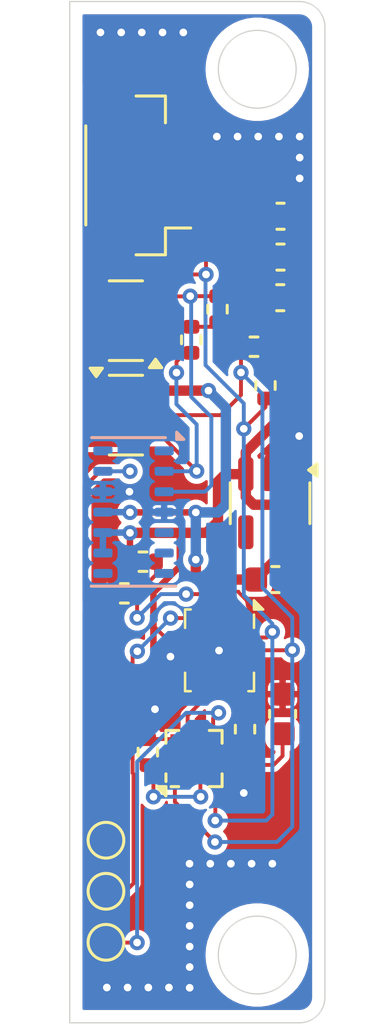
<source format=kicad_pcb>
(kicad_pcb (version 20240108) (generator "pcbnew") (generator_version "8.0")
  (title_block (title "sensor-bmi-v2") (date "2025-05-04") (rev "2.0"))
  (layers (0 "F.Cu" signal) (31 "B.Cu" signal) (34 "B.Paste" user) (35 "F.Paste" user) (36 "B.SilkS" user "B.Silkscreen") (37 "F.SilkS" user "F.Silkscreen") (38 "B.Mask" user) (39 "F.Mask" user) (44 "Edge.Cuts" user))
  (net 0 "")
  (net 1 "GND")
  (net 2 "+3V3")
  (net 3 "Net-(U3-C1)")
  (net 4 "SCL")
  (net 7 "SDA")
  (net 8 "+1V8")
  (net 9 "SCL_1V8")
  (net 10 "SDA_1V8")
  (net 11 "Net-(U3-~{CS})")
  (net 12 "Net-(U3-DRDY)")
  (net 13 "Net-(U4-SDO)")
  (net 14 "Net-(U4-CSB)")
  (net 15 "Net-(U2-~{INT})")
  (net 16 "Net-(U4-INT1)")
  (footprint "TestPoint:TestPoint_Pad_D1.0mm" (layer "F.Cu") (at 134 135)
    (property "Reference" "TP1" (hide yes))
    (property "Value" "MAX_INT")
    (fp_circle (center 0 0) (end 0 0.7) (stroke (width 0.12)) (fill none) (layer "F.SilkS"))
    (pad "1" smd circle (at 0 0) (size 1 1) (layers "F.Cu" "F.Mask") (net 15 "Net-(U2-~{INT})"))
  )
  (footprint "TestPoint:TestPoint_Pad_D1.0mm" (layer "F.Cu") (at 134 139 180)
    (property "Reference" "TP2" (hide yes))
    (property "Value" "LIS_INT")
    (fp_circle (center 0 0) (end 0 0.7) (stroke (width 0.12)) (fill none) (layer "F.SilkS"))
    (pad "1" smd circle (at 0 0 180) (size 1 1) (layers "F.Cu" "F.Mask") (net 12 "Net-(U3-DRDY)"))
  )
  (footprint "Resistor_SMD:R_0402_1005Metric" (layer "F.Cu") (at 138.37 114.2 90)
    (property "Reference" "R1" (hide yes))
    (property "Value" "10K")
    (fp_line (start -0.153641 -0.38) (end 0.153641 -0.38) (stroke (width 0.12)) (layer "F.SilkS"))
    (fp_line (start -0.153641 0.38) (end 0.153641 0.38) (stroke (width 0.12)) (layer "F.SilkS"))
    (pad "1" smd roundrect (at -0.51 0 90) (size 0.54 0.64) (layers "F.Cu" "F.Paste" "F.Mask") (net 8 "+1V8"))
    (pad "2" smd roundrect (at 0.51 0 90) (size 0.54 0.64) (layers "F.Cu" "F.Paste" "F.Mask") (net 10 "SDA_1V8"))
  )
  (footprint "Resistor_SMD:R_0402_1005Metric" (layer "F.Cu") (at 139.8 115.67)
    (property "Reference" "R5" (hide yes))
    (property "Value" "10K")
    (fp_line (start -0.153641 -0.38) (end 0.153641 -0.38) (stroke (width 0.12)) (layer "F.SilkS"))
    (fp_line (start -0.153641 0.38) (end 0.153641 0.38) (stroke (width 0.12)) (layer "F.SilkS"))
    (pad "1" smd roundrect (at -0.51 0) (size 0.54 0.64) (layers "F.Cu" "F.Paste" "F.Mask") (net 4 "SCL"))
    (pad "2" smd roundrect (at 0.51 0) (size 0.54 0.64) (layers "F.Cu" "F.Paste" "F.Mask") (net 2 "+3V3"))
  )
  (footprint "Resistor_SMD:R_0402_1005Metric" (layer "F.Cu") (at 134.72 125.33 180)
    (property "Reference" "R8" (hide yes))
    (property "Value" "10K")
    (fp_line (start -0.153641 0.38) (end 0.153641 0.38) (stroke (width 0.12)) (layer "F.SilkS"))
    (fp_line (start -0.153641 -0.38) (end 0.153641 -0.38) (stroke (width 0.12)) (layer "F.SilkS"))
    (pad "1" smd roundrect (at -0.51 0 180) (size 0.54 0.64) (layers "F.Cu" "F.Paste" "F.Mask") (net 13 "Net-(U4-SDO)"))
    (pad "2" smd roundrect (at 0.51 0 180) (size 0.54 0.64) (layers "F.Cu" "F.Paste" "F.Mask") (net 1 "GND"))
  )
  (footprint "Capacitor_SMD:C_0603_1608Metric" (layer "F.Cu") (at 140.84 112.16)
    (property "Reference" "C5" (hide yes))
    (property "Value" "100nF 16V")
    (fp_line (start -0.14058 -0.51) (end 0.14058 -0.51) (stroke (width 0.12)) (layer "F.SilkS"))
    (fp_line (start -0.14058 0.51) (end 0.14058 0.51) (stroke (width 0.12)) (layer "F.SilkS"))
    (pad "1" smd roundrect (at -0.775 0) (size 0.9 0.95) (layers "F.Cu" "F.Paste" "F.Mask") (net 2 "+3V3"))
    (pad "2" smd roundrect (at 0.775 0) (size 0.9 0.95) (layers "F.Cu" "F.Paste" "F.Mask") (net 1 "GND"))
  )
  (footprint "Resistor_SMD:R_0402_1005Metric" (layer "F.Cu") (at 139.45 130.65 90)
    (property "Reference" "R6" (hide yes))
    (property "Value" "10K")
    (fp_line (start -0.153641 -0.38) (end 0.153641 -0.38) (stroke (width 0.12)) (layer "F.SilkS"))
    (fp_line (start -0.153641 0.38) (end 0.153641 0.38) (stroke (width 0.12)) (layer "F.SilkS"))
    (pad "1" smd roundrect (at -0.51 0 90) (size 0.54 0.64) (layers "F.Cu" "F.Paste" "F.Mask") (net 12 "Net-(U3-DRDY)"))
    (pad "2" smd roundrect (at 0.51 0 90) (size 0.54 0.64) (layers "F.Cu" "F.Paste" "F.Mask") (net 1 "GND"))
  )
  (footprint "Package_TO_SOT_SMD:SOT-23" (layer "F.Cu") (at 134.78 114.65 180)
    (property "Reference" "Q2" (hide yes))
    (property "Value" "BSS138")
    (fp_line (start 0 1.56) (end 0.65 1.56) (stroke (width 0.12)) (layer "F.SilkS"))
    (fp_line (start 0 1.56) (end -0.65 1.56) (stroke (width 0.12)) (layer "F.SilkS"))
    (fp_line (start 0 -1.56) (end 0.65 -1.56) (stroke (width 0.12)) (layer "F.SilkS"))
    (fp_line (start 0 -1.56) (end -0.65 -1.56) (stroke (width 0.12)) (layer "F.SilkS"))
    (fp_poly (pts (xy -1.1625 -1.51) (xy -1.4025 -1.84) (xy -0.9225 -1.84) (xy -1.1625 -1.51)) (stroke (width 0.12)) (fill solid) (layer "F.SilkS"))
    (pad "1" smd roundrect (at -0.9375 -0.95 180) (size 1.475 0.6) (layers "F.Cu" "F.Paste" "F.Mask") (net 8 "+1V8"))
    (pad "2" smd roundrect (at -0.9375 0.95 180) (size 1.475 0.6) (layers "F.Cu" "F.Paste" "F.Mask") (net 10 "SDA_1V8"))
    (pad "3" smd roundrect (at 0.9375 0 180) (size 1.475 0.6) (layers "F.Cu" "F.Paste" "F.Mask") (net 7 "SDA"))
  )
  (footprint "Package_TO_SOT_SMD:SOT-23" (layer "F.Cu") (at 134.7825 118.35)
    (property "Reference" "Q1" (hide yes))
    (property "Value" "BSS138")
    (fp_line (start 0 -1.56) (end -0.65 -1.56) (stroke (width 0.12)) (layer "F.SilkS"))
    (fp_line (start 0 -1.56) (end 0.65 -1.56) (stroke (width 0.12)) (layer "F.SilkS"))
    (fp_line (start 0 1.56) (end -0.65 1.56) (stroke (width 0.12)) (layer "F.SilkS"))
    (fp_line (start 0 1.56) (end 0.65 1.56) (stroke (width 0.12)) (layer "F.SilkS"))
    (fp_poly (pts (xy -1.1625 -1.51) (xy -1.4025 -1.84) (xy -0.9225 -1.84) (xy -1.1625 -1.51)) (stroke (width 0.12)) (fill solid) (layer "F.SilkS"))
    (pad "1" smd roundrect (at -0.9375 -0.95) (size 1.475 0.6) (layers "F.Cu" "F.Paste" "F.Mask") (net 8 "+1V8"))
    (pad "2" smd roundrect (at -0.9375 0.95) (size 1.475 0.6) (layers "F.Cu" "F.Paste" "F.Mask") (net 9 "SCL_1V8"))
    (pad "3" smd roundrect (at 0.9375 0) (size 1.475 0.6) (layers "F.Cu" "F.Paste" "F.Mask") (net 4 "SCL"))
  )
  (footprint "Capacitor_SMD:C_0603_1608Metric" (layer "F.Cu") (at 140.83 113.75)
    (property "Reference" "C1" (hide yes))
    (property "Value" "1uF 16V")
    (fp_line (start -0.14058 -0.51) (end 0.14058 -0.51) (stroke (width 0.12)) (layer "F.SilkS"))
    (fp_line (start -0.14058 0.51) (end 0.14058 0.51) (stroke (width 0.12)) (layer "F.SilkS"))
    (pad "1" smd roundrect (at -0.775 0) (size 0.9 0.95) (layers "F.Cu" "F.Paste" "F.Mask") (net 2 "+3V3"))
    (pad "2" smd roundrect (at 0.775 0) (size 0.9 0.95) (layers "F.Cu" "F.Paste" "F.Mask") (net 1 "GND"))
  )
  (footprint "Package_LGA:LGA-12_2x2mm_P0.5mm" (layer "F.Cu") (at 137.45 131.8 90)
    (property "Reference" "U3" (hide yes))
    (property "Value" "LIS2MDL")
    (fp_line (start 1.1 -1.1) (end 1.1 -0.6) (stroke (width 0.12)) (layer "F.SilkS"))
    (fp_line (start 0.6 -1.1) (end 1.1 -1.1) (stroke (width 0.12)) (layer "F.SilkS"))
    (fp_line (start -0.6 -1.1) (end -0.9 -1.1) (stroke (width 0.12)) (layer "F.SilkS"))
    (fp_line (start -1.1 -1.1) (end -1.1 -1.1) (stroke (width 0.12)) (layer "F.SilkS"))
    (fp_line (start 1.1 -0.6) (end 1.1 -0.6) (stroke (width 0.12)) (layer "F.SilkS"))
    (fp_line (start -1.1 -0.6) (end -1.1 -0.9) (stroke (width 0.12)) (layer "F.SilkS"))
    (fp_line (start 1.1 0.6) (end 1.1 1.1) (stroke (width 0.12)) (layer "F.SilkS"))
    (fp_line (start -1.1 0.6) (end -1.1 0.6) (stroke (width 0.12)) (layer "F.SilkS"))
    (fp_line (start 1.1 1.1) (end 0.6 1.1) (stroke (width 0.12)) (layer "F.SilkS"))
    (fp_line (start 0.6 1.1) (end 0.6 1.1) (stroke (width 0.12)) (layer "F.SilkS"))
    (fp_line (start -0.6 1.1) (end -1.1 1.1) (stroke (width 0.12)) (layer "F.SilkS"))
    (fp_line (start -1.1 1.1) (end -1.1 0.6) (stroke (width 0.12)) (layer "F.SilkS"))
    (fp_poly (pts (xy -1.1 -1.1) (xy -1.46 -1.1) (xy -1.1 -1.46) (xy -1.1 -1.1)) (stroke (width 0.12)) (fill solid) (layer "F.SilkS"))
    (pad "1" smd rect (at -0.7625 -0.75 90) (size 0.375 0.35) (layers "F.Cu" "F.Paste" "F.Mask") (net 4 "SCL"))
    (pad "2" smd rect (at -0.7625 -0.25 90) (size 0.375 0.35) (layers "F.Cu" "F.Paste" "F.Mask"))
    (pad "3" smd rect (at -0.7625 0.25 90) (size 0.375 0.35) (layers "F.Cu" "F.Paste" "F.Mask") (net 11 "Net-(U3-~{CS})"))
    (pad "4" smd rect (at -0.7625 0.75 90) (size 0.375 0.35) (layers "F.Cu" "F.Paste" "F.Mask") (net 7 "SDA"))
    (pad "5" smd rect (at -0.25 0.7625 180) (size 0.375 0.35) (layers "F.Cu" "F.Paste" "F.Mask") (net 3 "Net-(U3-C1)"))
    (pad "6" smd rect (at 0.25 0.7625 180) (size 0.375 0.35) (layers "F.Cu" "F.Paste" "F.Mask") (net 1 "GND"))
    (pad "7" smd rect (at 0.7625 0.75 90) (size 0.375 0.35) (layers "F.Cu" "F.Paste" "F.Mask") (net 12 "Net-(U3-DRDY)"))
    (pad "8" smd rect (at 0.7625 0.25 90) (size 0.375 0.35) (layers "F.Cu" "F.Paste" "F.Mask") (net 1 "GND"))
    (pad "9" smd rect (at 0.7625 -0.25 90) (size 0.375 0.35) (layers "F.Cu" "F.Paste" "F.Mask") (net 2 "+3V3"))
    (pad "10" smd rect (at 0.7625 -0.75 90) (size 0.375 0.35) (layers "F.Cu" "F.Paste" "F.Mask") (net 2 "+3V3"))
    (pad "11" smd rect (at 0.25 -0.7625 180) (size 0.375 0.35) (layers "F.Cu" "F.Paste" "F.Mask"))
    (pad "12" smd rect (at -0.25 -0.7625 180) (size 0.375 0.35) (layers "F.Cu" "F.Paste" "F.Mask"))
  )
  (footprint "Resistor_SMD:R_0402_1005Metric" (layer "F.Cu") (at 135.45 124.09)
    (property "Reference" "R7" (hide yes))
    (property "Value" "0R")
    (fp_line (start -0.153641 -0.38) (end 0.153641 -0.38) (stroke (width 0.12)) (layer "F.SilkS"))
    (fp_line (start -0.153641 0.38) (end 0.153641 0.38) (stroke (width 0.12)) (layer "F.SilkS"))
    (pad "1" smd roundrect (at -0.51 0) (size 0.54 0.64) (layers "F.Cu" "F.Paste" "F.Mask") (net 2 "+3V3"))
    (pad "2" smd roundrect (at 0.51 0) (size 0.54 0.64) (layers "F.Cu" "F.Paste" "F.Mask") (net 13 "Net-(U4-SDO)"))
  )
  (footprint "Capacitor_SMD:C_0603_1608Metric" (layer "F.Cu") (at 140.92 130.055 90)
    (property "Reference" "C3" (hide yes))
    (property "Value" "100nF 16V")
    (fp_line (start -0.14058 -0.51) (end 0.14058 -0.51) (stroke (width 0.12)) (layer "F.SilkS"))
    (fp_line (start -0.14058 0.51) (end 0.14058 0.51) (stroke (width 0.12)) (layer "F.SilkS"))
    (pad "1" smd roundrect (at -0.775 0 90) (size 0.9 0.95) (layers "F.Cu" "F.Paste" "F.Mask") (net 3 "Net-(U3-C1)"))
    (pad "2" smd roundrect (at 0.775 0 90) (size 0.9 0.95) (layers "F.Cu" "F.Paste" "F.Mask") (net 1 "GND"))
  )
  (footprint "Package_LGA:Bosch_LGA-14_3x2.5mm_P0.5mm" (layer "F.Cu") (at 138.45 127.5625 -90)
    (property "Reference" "U4" (hide yes))
    (property "Value" "BMI160")
    (fp_line (start -1.6 1.35) (end -0.88 1.35) (stroke (width 0.1)) (layer "F.SilkS"))
    (fp_line (start -1.6 1.35) (end -1.6 1.13) (stroke (width 0.1)) (layer "F.SilkS"))
    (fp_line (start 1.6 1.35) (end 0.88 1.35) (stroke (width 0.1)) (layer "F.SilkS"))
    (fp_line (start 1.6 1.13) (end 1.6 1.35) (stroke (width 0.1)) (layer "F.SilkS"))
    (fp_line (start -1.4 -1.35) (end -0.88 -1.35) (stroke (width 0.1)) (layer "F.SilkS"))
    (fp_line (start 0.88 -1.35) (end 1.6 -1.35) (stroke (width 0.1)) (layer "F.SilkS"))
    (fp_line (start 1.6 -1.35) (end 1.6 -1.13) (stroke (width 0.1)) (layer "F.SilkS"))
    (fp_poly (pts (xy -1.6 -1.35) (xy -1.96 -1.35) (xy -1.6 -1.71) (xy -1.6 -1.35)) (stroke (width 0.1)) (fill solid) (layer "F.SilkS"))
    (pad "1" smd rect (at -1.2625 -0.75 270) (size 0.675 0.25) (layers "F.Cu" "F.Paste" "F.Mask") (net 13 "Net-(U4-SDO)"))
    (pad "2" smd rect (at -1.2625 -0.25 270) (size 0.675 0.25) (layers "F.Cu" "F.Paste" "F.Mask"))
    (pad "3" smd rect (at -1.2625 0.25 270) (size 0.675 0.25) (layers "F.Cu" "F.Paste" "F.Mask"))
    (pad "4" smd rect (at -1.2625 0.75 270) (size 0.675 0.25) (layers "F.Cu" "F.Paste" "F.Mask") (net 16 "Net-(U4-INT1)"))
    (pad "5" smd rect (at -0.5 1.0125 270) (size 0.25 0.675) (layers "F.Cu" "F.Paste" "F.Mask") (net 2 "+3V3"))
    (pad "6" smd rect (at 0 1.0125 270) (size 0.25 0.675) (layers "F.Cu" "F.Paste" "F.Mask") (net 1 "GND"))
    (pad "7" smd rect (at 0.5 1.0125 270) (size 0.25 0.675) (layers "F.Cu" "F.Paste" "F.Mask") (net 1 "GND"))
    (pad "8" smd rect (at 1.2625 0.75 270) (size 0.675 0.25) (layers "F.Cu" "F.Paste" "F.Mask") (net 2 "+3V3"))
    (pad "9" smd rect (at 1.2625 0.25 270) (size 0.675 0.25) (layers "F.Cu" "F.Paste" "F.Mask"))
    (pad "10" smd rect (at 1.2625 -0.25 270) (size 0.675 0.25) (layers "F.Cu" "F.Paste" "F.Mask"))
    (pad "11" smd rect (at 1.2625 -0.75 270) (size 0.675 0.25) (layers "F.Cu" "F.Paste" "F.Mask"))
    (pad "12" smd rect (at 0.5 -1.0125 270) (size 0.25 0.675) (layers "F.Cu" "F.Paste" "F.Mask") (net 14 "Net-(U4-CSB)"))
    (pad "13" smd rect (at 0 -1.0125 270) (size 0.25 0.675) (layers "F.Cu" "F.Paste" "F.Mask") (net 4 "SCL"))
    (pad "14" smd rect (at -0.5 -1.0125 270) (size 0.25 0.675) (layers "F.Cu" "F.Paste" "F.Mask") (net 7 "SDA"))
  )
  (footprint "Resistor_SMD:R_0402_1005Metric" (layer "F.Cu") (at 135.64 131.55 -90)
    (property "Reference" "R3" (hide yes))
    (property "Value" "10K")
    (fp_line (start -0.153641 0.38) (end 0.153641 0.38) (stroke (width 0.12)) (layer "F.SilkS"))
    (fp_line (start -0.153641 -0.38) (end 0.153641 -0.38) (stroke (width 0.12)) (layer "F.SilkS"))
    (pad "1" smd roundrect (at -0.51 0 270) (size 0.54 0.64) (layers "F.Cu" "F.Paste" "F.Mask") (net 2 "+3V3"))
    (pad "2" smd roundrect (at 0.51 0 270) (size 0.54 0.64) (layers "F.Cu" "F.Paste" "F.Mask") (net 11 "Net-(U3-~{CS})"))
  )
  (footprint "Connector_JST:JST_SH_BM04B-SRSS-TB_1x04-1MP_P1.00mm_Vertical" (layer "F.Cu") (at 135.22 108.96 90)
    (property "Reference" "J1" (hide yes))
    (property "Value" "JST SH1.0")
    (fp_line (start -1.94 -2.01) (end 1.94 -2.01) (stroke (width 0.12)) (layer "F.SilkS"))
    (fp_line (start 3.11 -0.04) (end 3.11 1.11) (stroke (width 0.12)) (layer "F.SilkS"))
    (fp_line (start -3.11 -0.04) (end -3.11 1.11) (stroke (width 0.12)) (layer "F.SilkS"))
    (fp_line (start 3.11 1.11) (end 2.06 1.11) (stroke (width 0.12)) (layer "F.SilkS"))
    (fp_line (start -2.06 1.11) (end -2.06 2.1) (stroke (width 0.12)) (layer "F.SilkS"))
    (fp_line (start -3.11 1.11) (end -2.06 1.11) (stroke (width 0.12)) (layer "F.SilkS"))
    (pad "1" smd roundrect (at -1.5 1.325 90) (size 0.6 1.55) (layers "F.Cu" "F.Paste" "F.Mask") (net 7 "SDA"))
    (pad "2" smd roundrect (at -0.5 1.325 90) (size 0.6 1.55) (layers "F.Cu" "F.Paste" "F.Mask") (net 4 "SCL"))
    (pad "3" smd roundrect (at 0.5 1.325 90) (size 0.6 1.55) (layers "F.Cu" "F.Paste" "F.Mask") (net 2 "+3V3"))
    (pad "4" smd roundrect (at 1.5 1.325 90) (size 0.6 1.55) (layers "F.Cu" "F.Paste" "F.Mask") (net 1 "GND"))
    (pad "MP" smd roundrect (at -2.8 -1.2 90) (size 1.2 1.8) (layers "F.Cu" "F.Paste" "F.Mask") (roundrect_rratio 0.208333))
    (pad "MP" smd roundrect (at 2.8 -1.2 90) (size 1.2 1.8) (layers "F.Cu" "F.Paste" "F.Mask") (roundrect_rratio 0.208333))
  )
  (footprint "TestPoint:TestPoint_Pad_D1.0mm" (layer "F.Cu") (at 134 137 180)
    (property "Reference" "TP3" (hide yes))
    (property "Value" "BMI_INT")
    (fp_circle (center 0 0) (end 0 0.7) (stroke (width 0.12)) (fill none) (layer "F.SilkS"))
    (pad "1" smd circle (at 0 0 180) (size 1 1) (layers "F.Cu" "F.Mask") (net 16 "Net-(U4-INT1)"))
  )
  (footprint "Resistor_SMD:R_0402_1005Metric" (layer "F.Cu") (at 137.34 115.4 -90)
    (property "Reference" "R2" (hide yes))
    (property "Value" "10K")
    (fp_line (start -0.153641 0.38) (end 0.153641 0.38) (stroke (width 0.12)) (layer "F.SilkS"))
    (fp_line (start -0.153641 -0.38) (end 0.153641 -0.38) (stroke (width 0.12)) (layer "F.SilkS"))
    (pad "1" smd roundrect (at -0.51 0 270) (size 0.54 0.64) (layers "F.Cu" "F.Paste" "F.Mask") (net 8 "+1V8"))
    (pad "2" smd roundrect (at 0.51 0 270) (size 0.54 0.64) (layers "F.Cu" "F.Paste" "F.Mask") (net 9 "SCL_1V8"))
  )
  (footprint "Capacitor_SMD:C_0603_1608Metric" (layer "F.Cu") (at 140.84 110.56)
    (property "Reference" "C4" (hide yes))
    (property "Value" "100nF 16V")
    (fp_line (start -0.14058 -0.51) (end 0.14058 -0.51) (stroke (width 0.12)) (layer "F.SilkS"))
    (fp_line (start -0.14058 0.51) (end 0.14058 0.51) (stroke (width 0.12)) (layer "F.SilkS"))
    (pad "1" smd roundrect (at -0.775 0) (size 0.9 0.95) (layers "F.Cu" "F.Paste" "F.Mask") (net 2 "+3V3"))
    (pad "2" smd roundrect (at 0.775 0) (size 0.9 0.95) (layers "F.Cu" "F.Paste" "F.Mask") (net 1 "GND"))
  )
  (footprint "Capacitor_SMD:C_0603_1608Metric" (layer "F.Cu") (at 140.64 124.79)
    (property "Reference" "C2" (hide yes))
    (property "Value" "2.2uF 16V")
    (fp_line (start -0.14058 -0.51) (end 0.14058 -0.51) (stroke (width 0.12)) (layer "F.SilkS"))
    (fp_line (start -0.14058 0.51) (end 0.14058 0.51) (stroke (width 0.12)) (layer "F.SilkS"))
    (pad "1" smd roundrect (at -0.775 0) (size 0.9 0.95) (layers "F.Cu" "F.Paste" "F.Mask") (net 8 "+1V8"))
    (pad "2" smd roundrect (at 0.775 0) (size 0.9 0.95) (layers "F.Cu" "F.Paste" "F.Mask") (net 1 "GND"))
  )
  (footprint "Package_TO_SOT_SMD:SOT-23-5" (layer "F.Cu") (at 140.43 121.8 -90)
    (property "Reference" "U1" (hide yes))
    (property "Value" "LN1134A182MR-G")
    (fp_line (start 0 1.56) (end -0.8 1.56) (stroke (width 0.12)) (layer "F.SilkS"))
    (fp_line (start 0 1.56) (end 0.8 1.56) (stroke (width 0.12)) (layer "F.SilkS"))
    (fp_line (start 0 -1.56) (end -0.8 -1.56) (stroke (width 0.12)) (layer "F.SilkS"))
    (fp_line (start 0 -1.56) (end 0.8 -1.56) (stroke (width 0.12)) (layer "F.SilkS"))
    (fp_poly (pts (xy -1.3 -1.51) (xy -1.54 -1.84) (xy -1.06 -1.84) (xy -1.3 -1.51)) (stroke (width 0.12)) (fill solid) (layer "F.SilkS"))
    (pad "1" smd roundrect (at -1.1375 -0.95 270) (size 1.325 0.6) (layers "F.Cu" "F.Paste" "F.Mask") (net 2 "+3V3"))
    (pad "2" smd roundrect (at -1.1375 0 270) (size 1.325 0.6) (layers "F.Cu" "F.Paste" "F.Mask") (net 1 "GND"))
    (pad "3" smd roundrect (at -1.1375 0.95 270) (size 1.325 0.6) (layers "F.Cu" "F.Paste" "F.Mask") (net 2 "+3V3"))
    (pad "4" smd roundrect (at 1.1375 0.95 270) (size 1.325 0.6) (layers "F.Cu" "F.Paste" "F.Mask"))
    (pad "5" smd roundrect (at 1.1375 -0.95 270) (size 1.325 0.6) (layers "F.Cu" "F.Paste" "F.Mask") (net 8 "+1V8"))
  )
  (footprint "Resistor_SMD:R_0402_1005Metric" (layer "F.Cu") (at 140.25 117.19 90)
    (property "Reference" "R4" (hide yes))
    (property "Value" "10K")
    (fp_line (start -0.153641 -0.38) (end 0.153641 -0.38) (stroke (width 0.12)) (layer "F.SilkS"))
    (fp_line (start -0.153641 0.38) (end 0.153641 0.38) (stroke (width 0.12)) (layer "F.SilkS"))
    (pad "1" smd roundrect (at -0.51 0 90) (size 0.54 0.64) (layers "F.Cu" "F.Paste" "F.Mask") (net 7 "SDA"))
    (pad "2" smd roundrect (at 0.51 0 90) (size 0.54 0.64) (layers "F.Cu" "F.Paste" "F.Mask") (net 2 "+3V3"))
  )
  (footprint "OptoDevice:Maxim_OLGA-14_3.3x5.6mm_P0.8mm" (layer "B.Cu") (at 135.08 122.15 180)
    (property "Reference" "U2" (hide yes))
    (property "Value" "MAX30102")
    (fp_line (start 1.64 2.92) (end -1.25 2.92) (stroke (width 0.12)) (layer "B.SilkS"))
    (fp_line (start -1.65 -2.9) (end 1.66 -2.9) (stroke (width 0.12)) (layer "B.SilkS"))
    (fp_poly (pts (xy -1.69 2.85) (xy -1.97 2.85) (xy -1.69 3.13) (xy -1.69 2.85)) (stroke (width 0.12)) (fill solid) (layer "B.SilkS"))
    (pad "1" smd roundrect (at -1.2 2.4 180) (size 0.75 0.35) (layers "B.Cu" "B.Paste" "B.Mask"))
    (pad "2" smd roundrect (at -1.2 1.6 180) (size 0.75 0.35) (layers "B.Cu" "B.Paste" "B.Mask") (net 9 "SCL_1V8"))
    (pad "3" smd roundrect (at -1.2 0.8 180) (size 0.75 0.35) (layers "B.Cu" "B.Paste" "B.Mask") (net 10 "SDA_1V8"))
    (pad "4" smd roundrect (at -1.2 0 180) (size 0.75 0.35) (layers "B.Cu" "B.Paste" "B.Mask") (net 1 "GND"))
    (pad "5" smd roundrect (at -1.2 -0.8 180) (size 0.75 0.35) (layers "B.Cu" "B.Paste" "B.Mask"))
    (pad "6" smd roundrect (at -1.2 -1.6 180) (size 0.75 0.35) (layers "B.Cu" "B.Paste" "B.Mask"))
    (pad "7" smd roundrect (at -1.2 -2.4 180) (size 0.75 0.35) (layers "B.Cu" "B.Paste" "B.Mask"))
    (pad "8" smd roundrect (at 1.2 -2.4 180) (size 0.75 0.35) (layers "B.Cu" "B.Paste" "B.Mask"))
    (pad "9" smd roundrect (at 1.2 -1.6 180) (size 0.75 0.35) (layers "B.Cu" "B.Paste" "B.Mask") (net 2 "+3V3"))
    (pad "10" smd roundrect (at 1.2 -0.8 180) (size 0.75 0.35) (layers "B.Cu" "B.Paste" "B.Mask") (net 2 "+3V3"))
    (pad "11" smd roundrect (at 1.2 0 180) (size 0.75 0.35) (layers "B.Cu" "B.Paste" "B.Mask") (net 8 "+1V8"))
    (pad "12" smd roundrect (at 1.2 0.8 180) (size 0.75 0.35) (layers "B.Cu" "B.Paste" "B.Mask") (net 1 "GND"))
    (pad "13" smd roundrect (at 1.2 1.6 180) (size 0.75 0.35) (layers "B.Cu" "B.Paste" "B.Mask") (net 15 "Net-(U2-~{INT})"))
    (pad "14" smd roundrect (at 1.2 2.4 180) (size 0.75 0.35) (layers "B.Cu" "B.Paste" "B.Mask"))
  )
  (gr_line (start 141.58 142.15) (end 132.58 142.15) (stroke (width 0.05)) (layer "Edge.Cuts"))
  (gr_arc (start 142.58 141.15) (mid 142.287107 141.857107) (end 141.58 142.15) (stroke (width 0.05)) (layer "Edge.Cuts"))
  (gr_line (start 132.58 142.15) (end 132.58 102.15) (stroke (width 0.05)) (layer "Edge.Cuts"))
  (gr_line (start 132.58 102.15) (end 141.58 102.15) (stroke (width 0.05)) (layer "Edge.Cuts"))
  (gr_circle (center 139.926875 104.803125) (end 139.926875 103.279125) (stroke (width 0.05)) (fill none) (layer "Edge.Cuts"))
  (gr_circle (center 139.926875 139.496875) (end 141.450875 139.496875) (stroke (width 0.05)) (fill none) (layer "Edge.Cuts"))
  (gr_line (start 142.58 103.15) (end 142.58 141.15) (stroke (width 0.05)) (layer "Edge.Cuts"))
  (gr_arc (start 141.58 102.15) (mid 142.287107 102.442893) (end 142.58 103.15) (stroke (width 0.05)) (layer "Edge.Cuts"))
  (segment (start 134.21 121.52) (end 134.38 121.35) (width 0.254) (layer "F.Cu") (net 1))
  (segment (start 137.84 131.55) (end 137.7 131.41) (width 0.1524) (layer "F.Cu") (net 1))
  (segment (start 137.4375 127.5625) (end 137.4375 128.0625) (width 0.1524) (layer "F.Cu") (net 1))
  (segment (start 136.7787 128.0625) (end 137.4375 128.0625) (width 0.1524) (layer "F.Cu") (net 1))
  (segment (start 136.5262 127.81) (end 136.7737 127.5625) (width 0.1524) (layer "F.Cu") (net 1))
  (segment (start 141.260001 119.17) (end 141.57 119.17) (width 0.4064) (layer "F.Cu") (net 1))
  (segment (start 136.7737 127.5625) (end 137.4375 127.5625) (width 0.1524) (layer "F.Cu") (net 1))
  (segment (start 136.5262 127.81) (end 136.7787 128.0625) (width 0.1524) (layer "F.Cu") (net 1))
  (segment (start 134.38 121.35) (end 134.92 121.35) (width 0.254) (layer "F.Cu") (net 1))
  (segment (start 134.21 125.33) (end 134.21 121.52) (width 0.254) (layer "F.Cu") (net 1))
  (segment (start 140.43 120.6625) (end 140.43 120.000001) (width 0.4064) (layer "F.Cu") (net 1))
  (segment (start 138.2125 131.55) (end 137.84 131.55) (width 0.1524) (layer "F.Cu") (net 1))
  (segment (start 140.43 120.000001) (end 141.260001 119.17) (width 0.4064) (layer "F.Cu") (net 1))
  (segment (start 137.7 131.41) (end 137.7 131.0375) (width 0.1524) (layer "F.Cu") (net 1))
  (via (at 138.43 127.57) (size 0.6) (drill 0.3) (layers "F.Cu" "B.Cu") (net 1))
  (via (at 139.9644 107.44) (size 0.6) (drill 0.3) (layers "F.Cu" "B.Cu") (net 1))
  (via (at 139.4 133.15) (size 0.6) (drill 0.3) (layers "F.Cu" "B.Cu") (net 1))
  (via (at 134.92 121.35) (size 0.6) (drill 0.3) (layers "F.Cu" "B.Cu") (net 1))
  (via (at 137.28 136.7328) (size 0.6) (drill 0.3) (layers "F.Cu" "B.Cu") (net 1))
  (via (at 135.66 140.77) (size 0.6) (drill 0.3) (layers "F.Cu" "B.Cu") (net 1))
  (via (at 141.59 107.44) (size 0.6) (drill 0.3) (layers "F.Cu" "B.Cu") (net 1))
  (via (at 135.92 129.87) (size 0.6) (drill 0.3) (layers "F.Cu" "B.Cu") (net 1))
  (via (at 135.4044 103.36) (size 0.6) (drill 0.3) (layers "F.Cu" "B.Cu") (net 1))
  (via (at 134.0344 140.77) (size 0.6) (drill 0.3) (layers "F.Cu" "B.Cu") (net 1))
  (via (at 138.0872 135.92) (size 0.6) (drill 0.3) (layers "F.Cu" "B.Cu") (net 1))
  (via (at 141.59 109.0756) (size 0.6) (drill 0.3) (layers "F.Cu" "B.Cu") (net 1))
  (via (at 139.1572 107.44) (size 0.6) (drill 0.3) (layers "F.Cu" "B.Cu") (net 1))
  (via (at 137.03 103.36) (size 0.6) (drill 0.3) (layers "F.Cu" "B.Cu") (net 1))
  (via (at 136.2172 103.36) (size 0.6) (drill 0.3) (layers "F.Cu" "B.Cu") (net 1))
  (via (at 137.2744 135.92) (size 0.6) (drill 0.3) (layers "F.Cu" "B.Cu") (net 1))
  (via (at 137.28 139.1656) (size 0.6) (drill 0.3) (layers "F.Cu" "B.Cu") (net 1))
  (via (at 141.59 108.2628) (size 0.6) (drill 0.3) (layers "F.Cu" "B.Cu") (net 1))
  (via (at 138.8944 135.92) (size 0.6) (drill 0.3) (layers "F.Cu" "B.Cu") (net 1))
  (via (at 133.7844 103.36) (size 0.6) (drill 0.3) (layers "F.Cu" "B.Cu") (net 1))
  (via (at 140.7772 107.44) (size 0.6) (drill 0.3) (layers "F.Cu" "B.Cu") (net 1))
  (via (at 134.8472 140.77) (size 0.6) (drill 0.3) (layers "F.Cu" "B.Cu") (net 1))
  (via (at 136.5262 127.81) (size 0.6) (drill 0.3) (layers "F.Cu" "B.Cu") (net 1))
  (via (at 139.7072 135.92) (size 0.6) (drill 0.3) (layers "F.Cu" "B.Cu") (net 1))
  (via (at 137.28 137.5456) (size 0.6) (drill 0.3) (layers "F.Cu" "B.Cu") (net 1))
  (via (at 136.4672 140.77) (size 0.6) (drill 0.3) (layers "F.Cu" "B.Cu") (net 1))
  (via (at 134.5972 103.36) (size 0.6) (drill 0.3) (layers "F.Cu" "B.Cu") (net 1))
  (via (at 140.52 135.92) (size 0.6) (drill 0.3) (layers "F.Cu" "B.Cu") (net 1))
  (via (at 137.28 138.3528) (size 0.6) (drill 0.3) (layers "F.Cu" "B.Cu") (net 1))
  (via (at 137.28 139.9672) (size 0.6) (drill 0.3) (layers "F.Cu" "B.Cu") (net 1))
  (via (at 141.57 119.17) (size 0.6) (drill 0.3) (layers "F.Cu" "B.Cu") (net 1))
  (via (at 137.28 140.78) (size 0.6) (drill 0.3) (layers "F.Cu" "B.Cu") (net 1))
  (via (at 138.3444 107.44) (size 0.6) (drill 0.3) (layers "F.Cu" "B.Cu") (net 1))
  (segment (start 135.016712 121.35) (end 135.816712 122.15) (width 0.254) (layer "B.Cu") (net 1))
  (segment (start 134.92 121.35) (end 135.016712 121.35) (width 0.254) (layer "B.Cu") (net 1))
  (segment (start 135.816712 122.15) (end 136.28 122.15) (width 0.254) (layer "B.Cu") (net 1))
  (segment (start 133.88 121.35) (end 134.92 121.35) (width 0.254) (layer "B.Cu") (net 1))
  (segment (start 135.6425 131.0375) (end 135.64 131.04) (width 0.1524) (layer "F.Cu") (net 2))
  (segment (start 136.3225 127.0625) (end 137.4375 127.0625) (width 0.1524) (layer "F.Cu") (net 2))
  (segment (start 137.7 129.62) (end 137.7 128.825) (width 0.1524) (layer "F.Cu") (net 2))
  (segment (start 141.05 118.23) (end 139.48 119.8) (width 0.4064) (layer "F.Cu") (net 2))
  (segment (start 139.48 121.55) (end 139.79 121.86) (width 0.4064) (layer "F.Cu") (net 2))
  (segment (start 140.055 114.275) (end 141.05 115.27) (width 0.4064) (layer "F.Cu") (net 2))
  (segment (start 136.893 124.269712) (end 136.893 123.137003) (width 0.254) (layer "F.Cu") (net 2))
  (segment (start 139.79 121.86) (end 141.1 121.86) (width 0.4064) (layer "F.Cu") (net 2))
  (segment (start 141.38 121.58) (end 141.38 120.6625) (width 0.4064) (layer "F.Cu") (net 2))
  (segment (start 137.939997 122.960003) (end 134.94 122.960003) (width 0.4064) (layer "F.Cu") (net 2))
  (segment (start 141.05 116.68) (end 141.05 118.23) (width 0.4064) (layer "F.Cu") (net 2))
  (segment (start 135.86 126.6) (end 135.86 128.47) (width 0.254) (layer "F.Cu") (net 2))
  (segment (start 136.893 123.137003) (end 137.07 122.960003) (width 0.254) (layer "F.Cu") (net 2))
  (segment (start 140.25 115.73) (end 140.31 115.67) (width 0.1524) (layer "F.Cu") (net 2))
  (segment (start 140.31 115.67) (end 141.05 115.67) (width 0.1524) (layer "F.Cu") (net 2))
  (segment (start 136.215 128.825) (end 137.7 128.825) (width 0.254) (layer "F.Cu") (net 2))
  (segment (start 137.2 131.0375) (end 136.7 131.0375) (width 0.1524) (layer "F.Cu") (net 2))
  (segment (start 139.52 108.46) (end 140.065 109.005) (width 0.4064) (layer "F.Cu") (net 2))
  (segment (start 141.1 121.86) (end 141.38 121.58) (width 0.4064) (layer "F.Cu") (net 2))
  (segment (start 138.39 120.95) (end 138.39 122.51) (width 0.4064) (layer "F.Cu") (net 2))
  (segment (start 138.6775 120.6625) (end 138.39 120.95) (width 0.4064) (layer "F.Cu") (net 2))
  (segment (start 140.25 116.68) (end 140.25 115.73) (width 0.1524) (layer "F.Cu") (net 2))
  (segment (start 135.86 125.302712) (end 136.893 124.269712) (width 0.254) (layer "F.Cu") (net 2))
  (segment (start 137.2 130.12) (end 137.7 129.62) (width 0.1524) (layer "F.Cu") (net 2))
  (segment (start 135.86 128.47) (end 136.215 128.825) (width 0.254) (layer "F.Cu") (net 2))
  (segment (start 136.545 108.46) (end 139.52 108.46) (width 0.4064) (layer "F.Cu") (net 2))
  (segment (start 138.39 122.51) (end 137.939997 122.960003) (width 0.4064) (layer "F.Cu") (net 2))
  (segment (start 140.055 113.75) (end 140.055 114.275) (width 0.4064) (layer "F.Cu") (net 2))
  (segment (start 140.065 109.005) (end 140.065 110.56) (width 0.4064) (layer "F.Cu") (net 2))
  (segment (start 141.05 115.67) (end 141.05 116.68) (width 0.4064) (layer "F.Cu") (net 2))
  (segment (start 136.7 131.0375) (end 135.6425 131.0375) (width 0.1524) (layer "F.Cu") (net 2))
  (segment (start 135.86 126.6) (end 136.3225 127.0625) (width 0.1524) (layer "F.Cu") (net 2))
  (segment (start 139.48 120.6625) (end 139.48 121.55) (width 0.4064) (layer "F.Cu") (net 2))
  (segment (start 140.25 116.68) (end 141.05 116.68) (width 0.1524) (layer "F.Cu") (net 2))
  (segment (start 139.48 120.6625) (end 138.6775 120.6625) (width 0.4064) (layer "F.Cu") (net 2))
  (segment (start 137.07 122.960003) (end 137.939997 122.960003) (width 0.254) (layer "F.Cu") (net 2))
  (segment (start 141.05 115.27) (end 141.05 115.67) (width 0.4064) (layer "F.Cu") (net 2))
  (segment (start 140.055 113.61) (end 140.055 113.75) (width 0.4064) (layer "F.Cu") (net 2))
  (segment (start 137.2 131.0375) (end 137.2 130.12) (width 0.1524) (layer "F.Cu") (net 2))
  (segment (start 140.065 110.56) (end 140.065 113.6) (width 0.4064) (layer "F.Cu") (net 2))
  (segment (start 139.48 119.8) (end 139.48 120.6625) (width 0.4064) (layer "F.Cu") (net 2))
  (segment (start 134.94 122.960003) (end 134.94 124.09) (width 0.254) (layer "F.Cu") (net 2))
  (segment (start 135.86 126.6) (end 135.86 125.302712) (width 0.254) (layer "F.Cu") (net 2))
  (via (at 134.94 122.960003) (size 0.6) (drill 0.3) (layers "F.Cu" "B.Cu") (net 2))
  (segment (start 133.88 122.95) (end 134.929997 122.95) (width 0.254) (layer "B.Cu") (net 2))
  (segment (start 134.929997 122.95) (end 134.94 122.960003) (width 0.254) (layer "B.Cu") (net 2))
  (segment (start 133.88 123.75) (end 133.88 122.95) (width 0.254) (layer "B.Cu") (net 2))
  (segment (start 140.57 132.05) (end 140.92 131.7) (width 0.1524) (layer "F.Cu") (net 3))
  (segment (start 140.92 131.7) (end 140.92 130.83) (width 0.1524) (layer "F.Cu") (net 3))
  (segment (start 138.2125 132.05) (end 140.57 132.05) (width 0.1524) (layer "F.Cu") (net 3))
  (segment (start 138.27 135.07) (end 136.7 133.5) (width 0.1524) (layer "F.Cu") (net 4))
  (segment (start 139.08 109.87) (end 138.67 109.46) (width 0.1524) (layer "F.Cu") (net 4))
  (segment (start 138.67 109.46) (end 136.545 109.46) (width 0.1524) (layer "F.Cu") (net 4))
  (segment (start 136.7 133.5) (end 136.7 132.5625) (width 0.1524) (layer "F.Cu") (net 4))
  (segment (start 139.29 115.67) (end 139.08 115.46) (width 0.1524) (layer "F.Cu") (net 4))
  (segment (start 139.465 127.56) (end 139.4625 127.5625) (width 0.1524) (layer "F.Cu") (net 4))
  (segment (start 138.5 118.35) (end 139.29 117.56) (width 0.1524) (layer "F.Cu") (net 4))
  (segment (start 139.08 115.46) (end 139.08 109.87) (width 0.1524) (layer "F.Cu") (net 4))
  (segment (start 141.29 127.56) (end 139.465 127.56) (width 0.1524) (layer "F.Cu") (net 4))
  (segment (start 135.72 118.35) (end 138.5 118.35) (width 0.1524) (layer "F.Cu") (net 4))
  (segment (start 139.29 117.56) (end 139.29 116.68) (width 0.1524) (layer "F.Cu") (net 4))
  (segment (start 141.3 127.55) (end 141.29 127.56) (width 0.1524) (layer "F.Cu") (net 4))
  (segment (start 139.29 116.68) (end 139.29 115.67) (width 0.1524) (layer "F.Cu") (net 4))
  (via (at 141.3 127.55) (size 0.6) (drill 0.3) (layers "F.Cu" "B.Cu") (net 4))
  (via (at 138.27 135.07) (size 0.6) (drill 0.3) (layers "F.Cu" "B.Cu") (net 4))
  (via (at 139.29 116.68) (size 0.6) (drill 0.3) (layers "F.Cu" "B.Cu") (net 4))
  (segment (start 141.3 134.47) (end 141.3 127.55) (width 0.1524) (layer "B.Cu") (net 4))
  (segment (start 141.3 126.28) (end 140.13 125.11) (width 0.1524) (layer "B.Cu") (net 4))
  (segment (start 140.13 125.11) (end 140.13 117.52) (width 0.1524) (layer "B.Cu") (net 4))
  (segment (start 140.13 117.52) (end 139.29 116.68) (width 0.1524) (layer "B.Cu") (net 4))
  (segment (start 141.3 127.55) (end 141.3 126.28) (width 0.1524) (layer "B.Cu") (net 4))
  (segment (start 140.7 135.07) (end 141.3 134.47) (width 0.1524) (layer "B.Cu") (net 4))
  (segment (start 138.27 135.07) (end 140.7 135.07) (width 0.1524) (layer "B.Cu") (net 4))
  (segment (start 140.25 117.7) (end 140.25 118.035526) (width 0.1524) (layer "F.Cu") (net 7))
  (segment (start 140.3 127.06) (end 139.465 127.06) (width 0.1524) (layer "F.Cu") (net 7))
  (segment (start 134.23 112.84) (end 133.8425 113.2275) (width 0.1524) (layer "F.Cu") (net 7))
  (segment (start 140.25 118.035526) (end 139.4 118.885526) (width 0.1524) (layer "F.Cu") (net 7))
  (segment (start 137.62 110.46) (end 136.545 110.46) (width 0.1524) (layer "F.Cu") (net 7))
  (segment (start 137.92 112.84) (end 137.92 110.76) (width 0.1524) (layer "F.Cu") (net 7))
  (segment (start 137.92 112.84) (end 134.23 112.84) (width 0.1524) (layer "F.Cu") (net 7))
  (segment (start 133.8425 113.2275) (end 133.8425 114.65) (width 0.1524) (layer "F.Cu") (net 7))
  (segment (start 137.92 110.76) (end 137.62 110.46) (width 0.1524) (layer "F.Cu") (net 7))
  (segment (start 138.2862 134.2238) (end 138.2862 132.6487) (width 0.1524) (layer "F.Cu") (net 7))
  (segment (start 140.52 126.84) (end 140.3 127.06) (width 0.1524) (layer "F.Cu") (net 7))
  (segment (start 139.465 127.06) (end 139.4625 127.0625) (width 0.1524) (layer "F.Cu") (net 7))
  (segment (start 138.28 134.23) (end 138.2862 134.2238) (width 0.1524) (layer "F.Cu") (net 7))
  (segment (start 138.2862 132.6487) (end 138.2 132.5625) (width 0.1524) (layer "F.Cu") (net 7))
  (via (at 137.92 112.84) (size 0.6) (drill 0.3) (layers "F.Cu" "B.Cu") (net 7))
  (via (at 139.4 118.885526) (size 0.6) (drill 0.3) (layers "F.Cu" "B.Cu") (net 7))
  (via (at 140.52 126.84) (size 0.6) (drill 0.3) (layers "F.Cu" "B.Cu") (net 7))
  (via (at 138.28 134.23) (size 0.6) (drill 0.3) (layers "F.Cu" "B.Cu") (net 7))
  (segment (start 140.52 133.99) (end 140.52 126.84) (width 0.1524) (layer "B.Cu") (net 7))
  (segment (start 140.52 126.52) (end 139.4 125.4) (width 0.1524) (layer "B.Cu") (net 7))
  (segment (start 138.28 134.23) (end 140.28 134.23) (width 0.1524) (layer "B.Cu") (net 7))
  (segment (start 140.28 134.23) (end 140.52 133.99) (width 0.1524) (layer "B.Cu") (net 7))
  (segment (start 137.92 112.84) (end 137.9 112.86) (width 0.1524) (layer "B.Cu") (net 7))
  (segment (start 139.4 125.4) (end 139.4 118.885526) (width 0.1524) (layer "B.Cu") (net 7))
  (segment (start 137.9 116.39) (end 139.4 117.89) (width 0.1524) (layer "B.Cu") (net 7))
  (segment (start 137.9 112.86) (end 137.9 116.39) (width 0.1524) (layer "B.Cu") (net 7))
  (segment (start 140.52 126.84) (end 140.52 126.52) (width 0.1524) (layer "B.Cu") (net 7))
  (segment (start 139.4 117.89) (end 139.4 118.885526) (width 0.1524) (layer "B.Cu") (net 7))
  (segment (start 139.865 124.79) (end 141.38 123.275) (width 0.4064) (layer "F.Cu") (net 8))
  (segment (start 137.1 114.9) (end 136.4175 114.9) (width 0.1524) (layer "F.Cu") (net 8))
  (segment (start 133.855 117.39) (end 133.845 117.4) (width 0.4064) (layer "F.Cu") (net 8))
  (segment (start 141.38 123.275) (end 141.38 122.9375) (width 0.4064) (layer "F.Cu") (net 8))
  (segment (start 137.52 124.63) (end 137.52 124.01) (width 0.4064) (layer "F.Cu") (net 8))
  (segment (start 133.845 117.4) (end 135.645 115.6) (width 0.4064) (layer "F.Cu") (net 8))
  (segment (start 136.4175 114.9) (end 135.7075 115.61) (width 0.1524) (layer "F.Cu") (net 8))
  (segment (start 135.645 115.6) (end 135.7175 115.6) (width 0.4064) (layer "F.Cu") (net 8))
  (segment (start 138.0164 117.39) (end 133.855 117.39) (width 0.4064) (layer "F.Cu") (net 8))
  (segment (start 137.34 114.89) (end 138.19 114.89) (width 0.1524) (layer "F.Cu") (net 8))
  (segment (start 139.865 124.79) (end 137.68 124.79) (width 0.4064) (layer "F.Cu") (net 8))
  (segment (start 137.68 124.79) (end 137.52 124.63) (width 0.4064) (layer "F.Cu") (net 8))
  (segment (start 137.52 122.16) (end 134.94 122.16) (width 0.254) (layer "F.Cu") (net 8))
  (segment (start 138.19 114.89) (end 138.37 114.71) (width 0.1524) (layer "F.Cu") (net 8))
  (via (at 138.0164 117.39) (size 0.6) (drill 0.3) (layers "F.Cu" "B.Cu") (net 8))
  (via (at 134.94 122.16) (size 0.6) (drill 0.3) (layers "F.Cu" "B.Cu") (net 8))
  (via (at 137.52 122.16) (size 0.6) (drill 0.3) (layers "F.Cu" "B.Cu") (net 8))
  (via (at 137.52 124.01) (size 0.6) (drill 0.3) (layers "F.Cu" "B.Cu") (net 8))
  (segment (start 133.88 122.15) (end 134.93 122.15) (width 0.254) (layer "B.Cu") (net 8))
  (segment (start 138.0164 117.39) (end 138.7 118.0736) (width 0.4064) (layer "B.Cu") (net 8))
  (segment (start 137.52 124.01) (end 137.52 122.16) (width 0.4064) (layer "B.Cu") (net 8))
  (segment (start 134.93 122.15) (end 134.94 122.16) (width 0.254) (layer "B.Cu") (net 8))
  (segment (start 138.7 118.0736) (end 138.7 118.185525) (width 0.4064) (layer "B.Cu") (net 8))
  (segment (start 138.6968 118.188725) (end 138.6968 121.8532) (width 0.4064) (layer "B.Cu") (net 8))
  (segment (start 138.39 122.16) (end 137.52 122.16) (width 0.4064) (layer "B.Cu") (net 8))
  (segment (start 138.7 118.185525) (end 138.6968 118.188725) (width 0.4064) (layer "B.Cu") (net 8))
  (segment (start 138.6968 121.8532) (end 138.39 122.16) (width 0.4064) (layer "B.Cu") (net 8))
  (segment (start 136.7638 116.2562) (end 137.1 115.92) (width 0.1524) (layer "F.Cu") (net 9))
  (segment (start 136.7638 116.6868) (end 136.7638 116.2562) (width 0.1524) (layer "F.Cu") (net 9))
  (segment (start 137.5538 120.54) (end 136.3138 119.3) (width 0.1524) (layer "F.Cu") (net 9))
  (segment (start 136.3138 119.3) (end 133.845 119.3) (width 0.1524) (layer "F.Cu") (net 9))
  (via (at 137.5538 120.54) (size 0.6) (drill 0.3) (layers "F.Cu" "B.Cu") (net 9))
  (via (at 136.7638 116.6868) (size 0.6) (drill 0.3) (layers "F.Cu" "B.Cu") (net 9))
  (segment (start 137.5538 120.54) (end 137.5438 120.55) (width 0.1524) (layer "B.Cu") (net 9))
  (segment (start 137.5438 120.55) (end 136.28 120.55) (width 0.1524) (layer "B.Cu") (net 9))
  (segment (start 136.76 117.92) (end 136.76 116.6906) (width 0.1524) (layer "B.Cu") (net 9))
  (segment (start 137.5538 120.54) (end 137.5538 118.7138) (width 0.1524) (layer "B.Cu") (net 9))
  (segment (start 136.76 116.6906) (end 136.7638 116.6868) (width 0.1524) (layer "B.Cu") (net 9))
  (segment (start 137.5538 118.7138) (end 136.76 117.92) (width 0.1524) (layer "B.Cu") (net 9))
  (segment (start 137.3 113.69) (end 137.29 113.7) (width 0.1524) (layer "F.Cu") (net 10))
  (segment (start 138.37 113.69) (end 137.3 113.69) (width 0.1524) (layer "F.Cu") (net 10))
  (segment (start 137.29 113.7) (end 135.7175 113.7) (width 0.1524) (layer "F.Cu") (net 10))
  (via (at 137.3 113.69) (size 0.6) (drill 0.3) (layers "F.Cu" "B.Cu") (net 10))
  (segment (start 137.88 121.35) (end 136.28 121.35) (width 0.1524) (layer "B.Cu") (net 10))
  (segment (start 137.3 113.69) (end 137.34 113.73) (width 0.1524) (layer "B.Cu") (net 10))
  (segment (start 138.13 118.425) (end 138.13 121.1) (width 0.1524) (layer "B.Cu") (net 10))
  (segment (start 138.13 121.1) (end 137.88 121.35) (width 0.1524) (layer "B.Cu") (net 10))
  (segment (start 137.34 117.635) (end 138.13 118.425) (width 0.1524) (layer "B.Cu") (net 10))
  (segment (start 137.34 113.73) (end 137.34 117.635) (width 0.1524) (layer "B.Cu") (net 10))
  (segment (start 137.7 133.29) (end 137.71 133.3) (width 0.1524) (layer "F.Cu") (net 11))
  (segment (start 135.86 132.28) (end 135.64 132.06) (width 0.1524) (layer "F.Cu") (net 11))
  (segment (start 135.86 133.3) (end 135.86 132.28) (width 0.1524) (layer "F.Cu") (net 11))
  (segment (start 137.7 132.5625) (end 137.7 133.29) (width 0.1524) (layer "F.Cu") (net 11))
  (via (at 135.86 133.3) (size 0.6) (drill 0.3) (layers "F.Cu" "B.Cu") (net 11))
  (via (at 137.71 133.3) (size 0.6) (drill 0.3) (layers "F.Cu" "B.Cu") (net 11))
  (segment (start 135.86 133.3) (end 137.71 133.3) (width 0.1524) (layer "B.Cu") (net 11))
  (segment (start 134.01 139.01) (end 134 139) (width 0.1524) (layer "F.Cu") (net 12))
  (segment (start 135.22 139.01) (end 134.01 139.01) (width 0.1524) (layer "F.Cu") (net 12))
  (segment (start 138.2 131.0375) (end 138.2 130.22) (width 0.1524) (layer "F.Cu") (net 12))
  (segment (start 138.2 130.22) (end 138.41 130.01) (width 0.1524) (layer "F.Cu") (net 12))
  (segment (start 139.3275 131.0375) (end 138.2 131.0375) (width 0.1524) (layer "F.Cu") (net 12))
  (segment (start 139.45 131.16) (end 139.3275 131.0375) (width 0.1524) (layer "F.Cu") (net 12))
  (via (at 138.41 130.01) (size 0.6) (drill 0.3) (layers "F.Cu" "B.Cu") (net 12))
  (via (at 135.22 139.01) (size 0.6) (drill 0.3) (layers "F.Cu" "B.Cu") (net 12))
  (segment (start 137.14 130.01) (end 138.41 130.01) (width 0.1524) (layer "B.Cu") (net 12))
  (segment (start 135.22 131.93) (end 137.14 130.01) (width 0.1524) (layer "B.Cu") (net 12))
  (segment (start 135.22 139.01) (end 135.22 131.93) (width 0.1524) (layer "B.Cu") (net 12))
  (segment (start 138.7749 125.36) (end 137.14 125.36) (width 0.1524) (layer "F.Cu") (net 13))
  (segment (start 135.23 125.33) (end 135.96 124.6) (width 0.1524) (layer "F.Cu") (net 13))
  (segment (start 135.22 125.34) (end 135.23 125.33) (width 0.1524) (layer "F.Cu") (net 13))
  (segment (start 139.2 125.7851) (end 138.7749 125.36) (width 0.1524) (layer "F.Cu") (net 13))
  (segment (start 135.96 124.6) (end 135.96 124.09) (width 0.1524) (layer "F.Cu") (net 13))
  (segment (start 135.22 126.29) (end 135.22 125.34) (width 0.1524) (layer "F.Cu") (net 13))
  (segment (start 139.2 126.3) (end 139.2 125.7851) (width 0.1524) (layer "F.Cu") (net 13))
  (via (at 135.22 126.29) (size 0.6) (drill 0.3) (layers "F.Cu" "B.Cu") (net 13))
  (via (at 137.14 125.36) (size 0.6) (drill 0.3) (layers "F.Cu" "B.Cu") (net 13))
  (segment (start 137.14 125.36) (end 136.15 125.36) (width 0.1524) (layer "B.Cu") (net 13))
  (segment (start 136.15 125.36) (end 135.22 126.29) (width 0.1524) (layer "B.Cu") (net 13))
  (segment (start 133.77 120.55) (end 133.1562 121.1638) (width 0.1524) (layer "F.Cu") (net 15))
  (segment (start 134.94 120.55) (end 133.77 120.55) (width 0.1524) (layer "F.Cu") (net 15))
  (segment (start 134 126.46) (end 134 135) (width 0.1524) (layer "F.Cu") (net 15))
  (segment (start 133.1562 121.1638) (end 133.1562 125.6162) (width 0.1524) (layer "F.Cu") (net 15))
  (segment (start 133.1562 125.6162) (end 134 126.46) (width 0.1524) (layer "F.Cu") (net 15))
  (via (at 134.94 120.55) (size 0.6) (drill 0.3) (layers "F.Cu" "B.Cu") (net 15))
  (segment (start 133.88 120.55) (end 134.94 120.55) (width 0.1524) (layer "B.Cu") (net 15))
  (segment (start 135.0438 127.7862) (end 135.0438 132.369066) (width 0.1524) (layer "F.Cu") (net 16))
  (segment (start 135.23 127.6) (end 135.0438 127.7862) (width 0.1524) (layer "F.Cu") (net 16))
  (segment (start 134.77 137) (end 134 137) (width 0.1524) (layer "F.Cu") (net 16))
  (segment (start 135.0438 132.369066) (end 135.08 132.405266) (width 0.1524) (layer "F.Cu") (net 16))
  (segment (start 135.08 132.405266) (end 135.08 136.69) (width 0.1524) (layer "F.Cu") (net 16))
  (segment (start 135.08 136.69) (end 134.77 137) (width 0.1524) (layer "F.Cu") (net 16))
  (segment (start 137.7 126.3) (end 136.53 126.3) (width 0.1524) (layer "F.Cu") (net 16))
  (via (at 135.23 127.6) (size 0.6) (drill 0.3) (layers "F.Cu" "B.Cu") (net 16))
  (via (at 136.53 126.3) (size 0.6) (drill 0.3) (layers "F.Cu" "B.Cu") (net 16))
  (segment (start 136.53 126.3) (end 135.23 127.6) (width 0.1524) (layer "B.Cu") (net 16))
  (zone (net 1) (net_name "GND") (layers "F&B.Cu") (name "GND") (connect_pads (clearance 0.1)) (min_thickness 0.1) (fill yes (thermal_gap 0.1) (thermal_bridge_width 0.254))
    (polygon (pts (xy 132.58 102.15) (xy 142.58 102.15) (xy 142.58 142.15) (xy 132.58 142.15)))
  )
)
</source>
